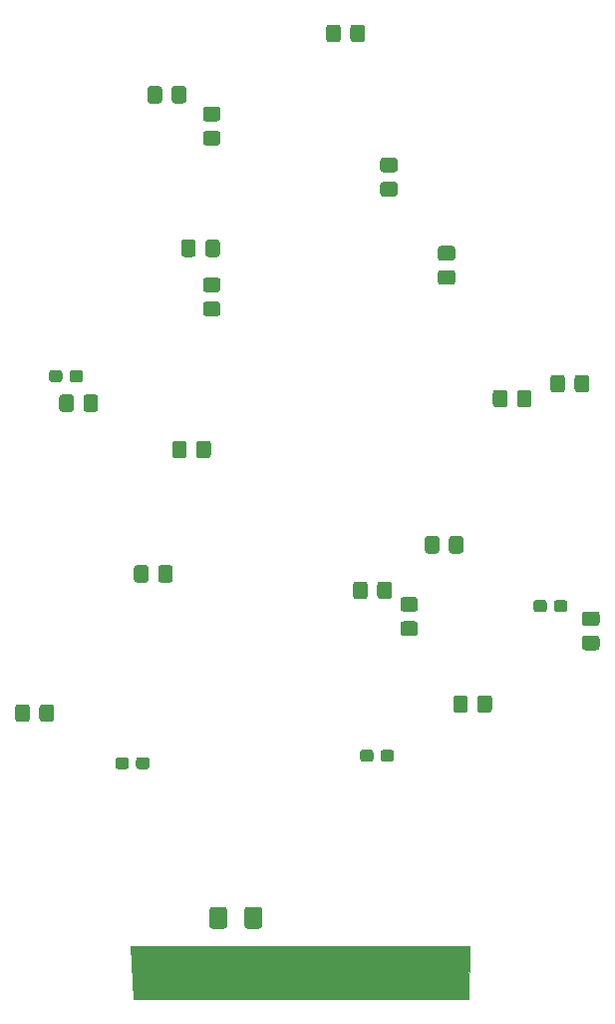
<source format=gbr>
%TF.GenerationSoftware,KiCad,Pcbnew,(5.1.6)-1*%
%TF.CreationDate,2021-10-27T12:57:45+02:00*%
%TF.ProjectId,BaumUnten,4261756d-556e-4746-956e-2e6b69636164,rev?*%
%TF.SameCoordinates,Original*%
%TF.FileFunction,Soldermask,Top*%
%TF.FilePolarity,Negative*%
%FSLAX46Y46*%
G04 Gerber Fmt 4.6, Leading zero omitted, Abs format (unit mm)*
G04 Created by KiCad (PCBNEW (5.1.6)-1) date 2021-10-27 12:57:45*
%MOMM*%
%LPD*%
G01*
G04 APERTURE LIST*
%ADD10C,0.100000*%
G04 APERTURE END LIST*
D10*
G36*
X114808000Y-150495000D02*
G01*
X86296500Y-150495000D01*
X86106000Y-146050000D01*
X114871500Y-145986500D01*
X114808000Y-150495000D01*
G37*
X114808000Y-150495000D02*
X86296500Y-150495000D01*
X86106000Y-146050000D01*
X114871500Y-145986500D01*
X114808000Y-150495000D01*
%TO.C,C1*%
G36*
G01*
X95735300Y-144269056D02*
X95735300Y-142954144D01*
G75*
G02*
X96002844Y-142686600I267544J0D01*
G01*
X96992756Y-142686600D01*
G75*
G02*
X97260300Y-142954144I0J-267544D01*
G01*
X97260300Y-144269056D01*
G75*
G02*
X96992756Y-144536600I-267544J0D01*
G01*
X96002844Y-144536600D01*
G75*
G02*
X95735300Y-144269056I0J267544D01*
G01*
G37*
G36*
G01*
X92760300Y-144269056D02*
X92760300Y-142954144D01*
G75*
G02*
X93027844Y-142686600I267544J0D01*
G01*
X94017756Y-142686600D01*
G75*
G02*
X94285300Y-142954144I0J-267544D01*
G01*
X94285300Y-144269056D01*
G75*
G02*
X94017756Y-144536600I-267544J0D01*
G01*
X93027844Y-144536600D01*
G75*
G02*
X92760300Y-144269056I0J267544D01*
G01*
G37*
%TD*%
%TO.C,R10*%
G36*
G01*
X82061000Y-100427262D02*
X82061000Y-99470738D01*
G75*
G02*
X82332738Y-99199000I271738J0D01*
G01*
X83039262Y-99199000D01*
G75*
G02*
X83311000Y-99470738I0J-271738D01*
G01*
X83311000Y-100427262D01*
G75*
G02*
X83039262Y-100699000I-271738J0D01*
G01*
X82332738Y-100699000D01*
G75*
G02*
X82061000Y-100427262I0J271738D01*
G01*
G37*
G36*
G01*
X80011000Y-100427262D02*
X80011000Y-99470738D01*
G75*
G02*
X80282738Y-99199000I271738J0D01*
G01*
X80989262Y-99199000D01*
G75*
G02*
X81261000Y-99470738I0J-271738D01*
G01*
X81261000Y-100427262D01*
G75*
G02*
X80989262Y-100699000I-271738J0D01*
G01*
X80282738Y-100699000D01*
G75*
G02*
X80011000Y-100427262I0J271738D01*
G01*
G37*
%TD*%
%TO.C,R8*%
G36*
G01*
X124680238Y-119662000D02*
X125636762Y-119662000D01*
G75*
G02*
X125908500Y-119933738I0J-271738D01*
G01*
X125908500Y-120640262D01*
G75*
G02*
X125636762Y-120912000I-271738J0D01*
G01*
X124680238Y-120912000D01*
G75*
G02*
X124408500Y-120640262I0J271738D01*
G01*
X124408500Y-119933738D01*
G75*
G02*
X124680238Y-119662000I271738J0D01*
G01*
G37*
G36*
G01*
X124680238Y-117612000D02*
X125636762Y-117612000D01*
G75*
G02*
X125908500Y-117883738I0J-271738D01*
G01*
X125908500Y-118590262D01*
G75*
G02*
X125636762Y-118862000I-271738J0D01*
G01*
X124680238Y-118862000D01*
G75*
G02*
X124408500Y-118590262I0J271738D01*
G01*
X124408500Y-117883738D01*
G75*
G02*
X124680238Y-117612000I271738J0D01*
G01*
G37*
%TD*%
%TO.C,R4*%
G36*
G01*
X92485738Y-91332000D02*
X93442262Y-91332000D01*
G75*
G02*
X93714000Y-91603738I0J-271738D01*
G01*
X93714000Y-92310262D01*
G75*
G02*
X93442262Y-92582000I-271738J0D01*
G01*
X92485738Y-92582000D01*
G75*
G02*
X92214000Y-92310262I0J271738D01*
G01*
X92214000Y-91603738D01*
G75*
G02*
X92485738Y-91332000I271738J0D01*
G01*
G37*
G36*
G01*
X92485738Y-89282000D02*
X93442262Y-89282000D01*
G75*
G02*
X93714000Y-89553738I0J-271738D01*
G01*
X93714000Y-90260262D01*
G75*
G02*
X93442262Y-90532000I-271738J0D01*
G01*
X92485738Y-90532000D01*
G75*
G02*
X92214000Y-90260262I0J271738D01*
G01*
X92214000Y-89553738D01*
G75*
G02*
X92485738Y-89282000I271738J0D01*
G01*
G37*
%TD*%
%TO.C,R3*%
G36*
G01*
X118091000Y-99089738D02*
X118091000Y-100046262D01*
G75*
G02*
X117819262Y-100318000I-271738J0D01*
G01*
X117112738Y-100318000D01*
G75*
G02*
X116841000Y-100046262I0J271738D01*
G01*
X116841000Y-99089738D01*
G75*
G02*
X117112738Y-98818000I271738J0D01*
G01*
X117819262Y-98818000D01*
G75*
G02*
X118091000Y-99089738I0J-271738D01*
G01*
G37*
G36*
G01*
X120141000Y-99089738D02*
X120141000Y-100046262D01*
G75*
G02*
X119869262Y-100318000I-271738J0D01*
G01*
X119162738Y-100318000D01*
G75*
G02*
X118891000Y-100046262I0J271738D01*
G01*
X118891000Y-99089738D01*
G75*
G02*
X119162738Y-98818000I271738J0D01*
G01*
X119869262Y-98818000D01*
G75*
G02*
X120141000Y-99089738I0J-271738D01*
G01*
G37*
%TD*%
%TO.C,R2*%
G36*
G01*
X92485738Y-76845000D02*
X93442262Y-76845000D01*
G75*
G02*
X93714000Y-77116738I0J-271738D01*
G01*
X93714000Y-77823262D01*
G75*
G02*
X93442262Y-78095000I-271738J0D01*
G01*
X92485738Y-78095000D01*
G75*
G02*
X92214000Y-77823262I0J271738D01*
G01*
X92214000Y-77116738D01*
G75*
G02*
X92485738Y-76845000I271738J0D01*
G01*
G37*
G36*
G01*
X92485738Y-74795000D02*
X93442262Y-74795000D01*
G75*
G02*
X93714000Y-75066738I0J-271738D01*
G01*
X93714000Y-75773262D01*
G75*
G02*
X93442262Y-76045000I-271738J0D01*
G01*
X92485738Y-76045000D01*
G75*
G02*
X92214000Y-75773262I0J271738D01*
G01*
X92214000Y-75066738D01*
G75*
G02*
X92485738Y-74795000I271738J0D01*
G01*
G37*
%TD*%
%TO.C,R1*%
G36*
G01*
X109249738Y-118446500D02*
X110206262Y-118446500D01*
G75*
G02*
X110478000Y-118718238I0J-271738D01*
G01*
X110478000Y-119424762D01*
G75*
G02*
X110206262Y-119696500I-271738J0D01*
G01*
X109249738Y-119696500D01*
G75*
G02*
X108978000Y-119424762I0J271738D01*
G01*
X108978000Y-118718238D01*
G75*
G02*
X109249738Y-118446500I271738J0D01*
G01*
G37*
G36*
G01*
X109249738Y-116396500D02*
X110206262Y-116396500D01*
G75*
G02*
X110478000Y-116668238I0J-271738D01*
G01*
X110478000Y-117374762D01*
G75*
G02*
X110206262Y-117646500I-271738J0D01*
G01*
X109249738Y-117646500D01*
G75*
G02*
X108978000Y-117374762I0J271738D01*
G01*
X108978000Y-116668238D01*
G75*
G02*
X109249738Y-116396500I271738J0D01*
G01*
G37*
%TD*%
%TO.C,DY8*%
G36*
G01*
X89554000Y-74265262D02*
X89554000Y-73308738D01*
G75*
G02*
X89825738Y-73037000I271738J0D01*
G01*
X90532262Y-73037000D01*
G75*
G02*
X90804000Y-73308738I0J-271738D01*
G01*
X90804000Y-74265262D01*
G75*
G02*
X90532262Y-74537000I-271738J0D01*
G01*
X89825738Y-74537000D01*
G75*
G02*
X89554000Y-74265262I0J271738D01*
G01*
G37*
G36*
G01*
X87504000Y-74265262D02*
X87504000Y-73308738D01*
G75*
G02*
X87775738Y-73037000I271738J0D01*
G01*
X88482262Y-73037000D01*
G75*
G02*
X88754000Y-73308738I0J-271738D01*
G01*
X88754000Y-74265262D01*
G75*
G02*
X88482262Y-74537000I-271738J0D01*
G01*
X87775738Y-74537000D01*
G75*
G02*
X87504000Y-74265262I0J271738D01*
G01*
G37*
%TD*%
%TO.C,DY7*%
G36*
G01*
X103930500Y-68101738D02*
X103930500Y-69058262D01*
G75*
G02*
X103658762Y-69330000I-271738J0D01*
G01*
X102952238Y-69330000D01*
G75*
G02*
X102680500Y-69058262I0J271738D01*
G01*
X102680500Y-68101738D01*
G75*
G02*
X102952238Y-67830000I271738J0D01*
G01*
X103658762Y-67830000D01*
G75*
G02*
X103930500Y-68101738I0J-271738D01*
G01*
G37*
G36*
G01*
X105980500Y-68101738D02*
X105980500Y-69058262D01*
G75*
G02*
X105708762Y-69330000I-271738J0D01*
G01*
X105002238Y-69330000D01*
G75*
G02*
X104730500Y-69058262I0J271738D01*
G01*
X104730500Y-68101738D01*
G75*
G02*
X105002238Y-67830000I271738J0D01*
G01*
X105708762Y-67830000D01*
G75*
G02*
X105980500Y-68101738I0J-271738D01*
G01*
G37*
%TD*%
%TO.C,DY4*%
G36*
G01*
X106216500Y-115345738D02*
X106216500Y-116302262D01*
G75*
G02*
X105944762Y-116574000I-271738J0D01*
G01*
X105238238Y-116574000D01*
G75*
G02*
X104966500Y-116302262I0J271738D01*
G01*
X104966500Y-115345738D01*
G75*
G02*
X105238238Y-115074000I271738J0D01*
G01*
X105944762Y-115074000D01*
G75*
G02*
X106216500Y-115345738I0J-271738D01*
G01*
G37*
G36*
G01*
X108266500Y-115345738D02*
X108266500Y-116302262D01*
G75*
G02*
X107994762Y-116574000I-271738J0D01*
G01*
X107288238Y-116574000D01*
G75*
G02*
X107016500Y-116302262I0J271738D01*
G01*
X107016500Y-115345738D01*
G75*
G02*
X107288238Y-115074000I271738J0D01*
G01*
X107994762Y-115074000D01*
G75*
G02*
X108266500Y-115345738I0J-271738D01*
G01*
G37*
%TD*%
%TO.C,DY3*%
G36*
G01*
X108491762Y-80372000D02*
X107535238Y-80372000D01*
G75*
G02*
X107263500Y-80100262I0J271738D01*
G01*
X107263500Y-79393738D01*
G75*
G02*
X107535238Y-79122000I271738J0D01*
G01*
X108491762Y-79122000D01*
G75*
G02*
X108763500Y-79393738I0J-271738D01*
G01*
X108763500Y-80100262D01*
G75*
G02*
X108491762Y-80372000I-271738J0D01*
G01*
G37*
G36*
G01*
X108491762Y-82422000D02*
X107535238Y-82422000D01*
G75*
G02*
X107263500Y-82150262I0J271738D01*
G01*
X107263500Y-81443738D01*
G75*
G02*
X107535238Y-81172000I271738J0D01*
G01*
X108491762Y-81172000D01*
G75*
G02*
X108763500Y-81443738I0J-271738D01*
G01*
X108763500Y-82150262D01*
G75*
G02*
X108491762Y-82422000I-271738J0D01*
G01*
G37*
%TD*%
%TO.C,DR8*%
G36*
G01*
X91611500Y-86326238D02*
X91611500Y-87282762D01*
G75*
G02*
X91339762Y-87554500I-271738J0D01*
G01*
X90633238Y-87554500D01*
G75*
G02*
X90361500Y-87282762I0J271738D01*
G01*
X90361500Y-86326238D01*
G75*
G02*
X90633238Y-86054500I271738J0D01*
G01*
X91339762Y-86054500D01*
G75*
G02*
X91611500Y-86326238I0J-271738D01*
G01*
G37*
G36*
G01*
X93661500Y-86326238D02*
X93661500Y-87282762D01*
G75*
G02*
X93389762Y-87554500I-271738J0D01*
G01*
X92683238Y-87554500D01*
G75*
G02*
X92411500Y-87282762I0J271738D01*
G01*
X92411500Y-86326238D01*
G75*
G02*
X92683238Y-86054500I271738J0D01*
G01*
X93389762Y-86054500D01*
G75*
G02*
X93661500Y-86326238I0J-271738D01*
G01*
G37*
%TD*%
%TO.C,DR5*%
G36*
G01*
X115525500Y-125954262D02*
X115525500Y-124997738D01*
G75*
G02*
X115797238Y-124726000I271738J0D01*
G01*
X116503762Y-124726000D01*
G75*
G02*
X116775500Y-124997738I0J-271738D01*
G01*
X116775500Y-125954262D01*
G75*
G02*
X116503762Y-126226000I-271738J0D01*
G01*
X115797238Y-126226000D01*
G75*
G02*
X115525500Y-125954262I0J271738D01*
G01*
G37*
G36*
G01*
X113475500Y-125954262D02*
X113475500Y-124997738D01*
G75*
G02*
X113747238Y-124726000I271738J0D01*
G01*
X114453762Y-124726000D01*
G75*
G02*
X114725500Y-124997738I0J-271738D01*
G01*
X114725500Y-125954262D01*
G75*
G02*
X114453762Y-126226000I-271738J0D01*
G01*
X113747238Y-126226000D01*
G75*
G02*
X113475500Y-125954262I0J271738D01*
G01*
G37*
%TD*%
%TO.C,DR4*%
G36*
G01*
X123780500Y-98776262D02*
X123780500Y-97819738D01*
G75*
G02*
X124052238Y-97548000I271738J0D01*
G01*
X124758762Y-97548000D01*
G75*
G02*
X125030500Y-97819738I0J-271738D01*
G01*
X125030500Y-98776262D01*
G75*
G02*
X124758762Y-99048000I-271738J0D01*
G01*
X124052238Y-99048000D01*
G75*
G02*
X123780500Y-98776262I0J271738D01*
G01*
G37*
G36*
G01*
X121730500Y-98776262D02*
X121730500Y-97819738D01*
G75*
G02*
X122002238Y-97548000I271738J0D01*
G01*
X122708762Y-97548000D01*
G75*
G02*
X122980500Y-97819738I0J-271738D01*
G01*
X122980500Y-98776262D01*
G75*
G02*
X122708762Y-99048000I-271738J0D01*
G01*
X122002238Y-99048000D01*
G75*
G02*
X121730500Y-98776262I0J271738D01*
G01*
G37*
%TD*%
%TO.C,DR1*%
G36*
G01*
X87611000Y-113948738D02*
X87611000Y-114905262D01*
G75*
G02*
X87339262Y-115177000I-271738J0D01*
G01*
X86632738Y-115177000D01*
G75*
G02*
X86361000Y-114905262I0J271738D01*
G01*
X86361000Y-113948738D01*
G75*
G02*
X86632738Y-113677000I271738J0D01*
G01*
X87339262Y-113677000D01*
G75*
G02*
X87611000Y-113948738I0J-271738D01*
G01*
G37*
G36*
G01*
X89661000Y-113948738D02*
X89661000Y-114905262D01*
G75*
G02*
X89389262Y-115177000I-271738J0D01*
G01*
X88682738Y-115177000D01*
G75*
G02*
X88411000Y-114905262I0J271738D01*
G01*
X88411000Y-113948738D01*
G75*
G02*
X88682738Y-113677000I271738J0D01*
G01*
X89389262Y-113677000D01*
G75*
G02*
X89661000Y-113948738I0J-271738D01*
G01*
G37*
%TD*%
%TO.C,DG6*%
G36*
G01*
X112424738Y-88665000D02*
X113381262Y-88665000D01*
G75*
G02*
X113653000Y-88936738I0J-271738D01*
G01*
X113653000Y-89643262D01*
G75*
G02*
X113381262Y-89915000I-271738J0D01*
G01*
X112424738Y-89915000D01*
G75*
G02*
X112153000Y-89643262I0J271738D01*
G01*
X112153000Y-88936738D01*
G75*
G02*
X112424738Y-88665000I271738J0D01*
G01*
G37*
G36*
G01*
X112424738Y-86615000D02*
X113381262Y-86615000D01*
G75*
G02*
X113653000Y-86886738I0J-271738D01*
G01*
X113653000Y-87593262D01*
G75*
G02*
X113381262Y-87865000I-271738J0D01*
G01*
X112424738Y-87865000D01*
G75*
G02*
X112153000Y-87593262I0J271738D01*
G01*
X112153000Y-86886738D01*
G75*
G02*
X112424738Y-86615000I271738J0D01*
G01*
G37*
%TD*%
%TO.C,DG5*%
G36*
G01*
X113112500Y-112428762D02*
X113112500Y-111472238D01*
G75*
G02*
X113384238Y-111200500I271738J0D01*
G01*
X114090762Y-111200500D01*
G75*
G02*
X114362500Y-111472238I0J-271738D01*
G01*
X114362500Y-112428762D01*
G75*
G02*
X114090762Y-112700500I-271738J0D01*
G01*
X113384238Y-112700500D01*
G75*
G02*
X113112500Y-112428762I0J271738D01*
G01*
G37*
G36*
G01*
X111062500Y-112428762D02*
X111062500Y-111472238D01*
G75*
G02*
X111334238Y-111200500I271738J0D01*
G01*
X112040762Y-111200500D01*
G75*
G02*
X112312500Y-111472238I0J-271738D01*
G01*
X112312500Y-112428762D01*
G75*
G02*
X112040762Y-112700500I-271738J0D01*
G01*
X111334238Y-112700500D01*
G75*
G02*
X111062500Y-112428762I0J271738D01*
G01*
G37*
%TD*%
%TO.C,DG2*%
G36*
G01*
X90849500Y-103407738D02*
X90849500Y-104364262D01*
G75*
G02*
X90577762Y-104636000I-271738J0D01*
G01*
X89871238Y-104636000D01*
G75*
G02*
X89599500Y-104364262I0J271738D01*
G01*
X89599500Y-103407738D01*
G75*
G02*
X89871238Y-103136000I271738J0D01*
G01*
X90577762Y-103136000D01*
G75*
G02*
X90849500Y-103407738I0J-271738D01*
G01*
G37*
G36*
G01*
X92899500Y-103407738D02*
X92899500Y-104364262D01*
G75*
G02*
X92627762Y-104636000I-271738J0D01*
G01*
X91921238Y-104636000D01*
G75*
G02*
X91649500Y-104364262I0J271738D01*
G01*
X91649500Y-103407738D01*
G75*
G02*
X91921238Y-103136000I271738J0D01*
G01*
X92627762Y-103136000D01*
G75*
G02*
X92899500Y-103407738I0J-271738D01*
G01*
G37*
%TD*%
%TO.C,DG1*%
G36*
G01*
X78323500Y-126716262D02*
X78323500Y-125759738D01*
G75*
G02*
X78595238Y-125488000I271738J0D01*
G01*
X79301762Y-125488000D01*
G75*
G02*
X79573500Y-125759738I0J-271738D01*
G01*
X79573500Y-126716262D01*
G75*
G02*
X79301762Y-126988000I-271738J0D01*
G01*
X78595238Y-126988000D01*
G75*
G02*
X78323500Y-126716262I0J271738D01*
G01*
G37*
G36*
G01*
X76273500Y-126716262D02*
X76273500Y-125759738D01*
G75*
G02*
X76545238Y-125488000I271738J0D01*
G01*
X77251762Y-125488000D01*
G75*
G02*
X77523500Y-125759738I0J-271738D01*
G01*
X77523500Y-126716262D01*
G75*
G02*
X77251762Y-126988000I-271738J0D01*
G01*
X76545238Y-126988000D01*
G75*
G02*
X76273500Y-126716262I0J271738D01*
G01*
G37*
%TD*%
%TO.C,DB8*%
G36*
G01*
X80881500Y-97925500D02*
X80881500Y-97400500D01*
G75*
G02*
X81144000Y-97138000I262500J0D01*
G01*
X81769000Y-97138000D01*
G75*
G02*
X82031500Y-97400500I0J-262500D01*
G01*
X82031500Y-97925500D01*
G75*
G02*
X81769000Y-98188000I-262500J0D01*
G01*
X81144000Y-98188000D01*
G75*
G02*
X80881500Y-97925500I0J262500D01*
G01*
G37*
G36*
G01*
X79131500Y-97925500D02*
X79131500Y-97400500D01*
G75*
G02*
X79394000Y-97138000I262500J0D01*
G01*
X80019000Y-97138000D01*
G75*
G02*
X80281500Y-97400500I0J-262500D01*
G01*
X80281500Y-97925500D01*
G75*
G02*
X80019000Y-98188000I-262500J0D01*
G01*
X79394000Y-98188000D01*
G75*
G02*
X79131500Y-97925500I0J262500D01*
G01*
G37*
%TD*%
%TO.C,DB7*%
G36*
G01*
X107297500Y-130120000D02*
X107297500Y-129595000D01*
G75*
G02*
X107560000Y-129332500I262500J0D01*
G01*
X108185000Y-129332500D01*
G75*
G02*
X108447500Y-129595000I0J-262500D01*
G01*
X108447500Y-130120000D01*
G75*
G02*
X108185000Y-130382500I-262500J0D01*
G01*
X107560000Y-130382500D01*
G75*
G02*
X107297500Y-130120000I0J262500D01*
G01*
G37*
G36*
G01*
X105547500Y-130120000D02*
X105547500Y-129595000D01*
G75*
G02*
X105810000Y-129332500I262500J0D01*
G01*
X106435000Y-129332500D01*
G75*
G02*
X106697500Y-129595000I0J-262500D01*
G01*
X106697500Y-130120000D01*
G75*
G02*
X106435000Y-130382500I-262500J0D01*
G01*
X105810000Y-130382500D01*
G75*
G02*
X105547500Y-130120000I0J262500D01*
G01*
G37*
%TD*%
%TO.C,DB4*%
G36*
G01*
X121429500Y-116895000D02*
X121429500Y-117420000D01*
G75*
G02*
X121167000Y-117682500I-262500J0D01*
G01*
X120542000Y-117682500D01*
G75*
G02*
X120279500Y-117420000I0J262500D01*
G01*
X120279500Y-116895000D01*
G75*
G02*
X120542000Y-116632500I262500J0D01*
G01*
X121167000Y-116632500D01*
G75*
G02*
X121429500Y-116895000I0J-262500D01*
G01*
G37*
G36*
G01*
X123179500Y-116895000D02*
X123179500Y-117420000D01*
G75*
G02*
X122917000Y-117682500I-262500J0D01*
G01*
X122292000Y-117682500D01*
G75*
G02*
X122029500Y-117420000I0J262500D01*
G01*
X122029500Y-116895000D01*
G75*
G02*
X122292000Y-116632500I262500J0D01*
G01*
X122917000Y-116632500D01*
G75*
G02*
X123179500Y-116895000I0J-262500D01*
G01*
G37*
%TD*%
%TO.C,DB3*%
G36*
G01*
X86533000Y-130755000D02*
X86533000Y-130230000D01*
G75*
G02*
X86795500Y-129967500I262500J0D01*
G01*
X87420500Y-129967500D01*
G75*
G02*
X87683000Y-130230000I0J-262500D01*
G01*
X87683000Y-130755000D01*
G75*
G02*
X87420500Y-131017500I-262500J0D01*
G01*
X86795500Y-131017500D01*
G75*
G02*
X86533000Y-130755000I0J262500D01*
G01*
G37*
G36*
G01*
X84783000Y-130755000D02*
X84783000Y-130230000D01*
G75*
G02*
X85045500Y-129967500I262500J0D01*
G01*
X85670500Y-129967500D01*
G75*
G02*
X85933000Y-130230000I0J-262500D01*
G01*
X85933000Y-130755000D01*
G75*
G02*
X85670500Y-131017500I-262500J0D01*
G01*
X85045500Y-131017500D01*
G75*
G02*
X84783000Y-130755000I0J262500D01*
G01*
G37*
%TD*%
M02*

</source>
